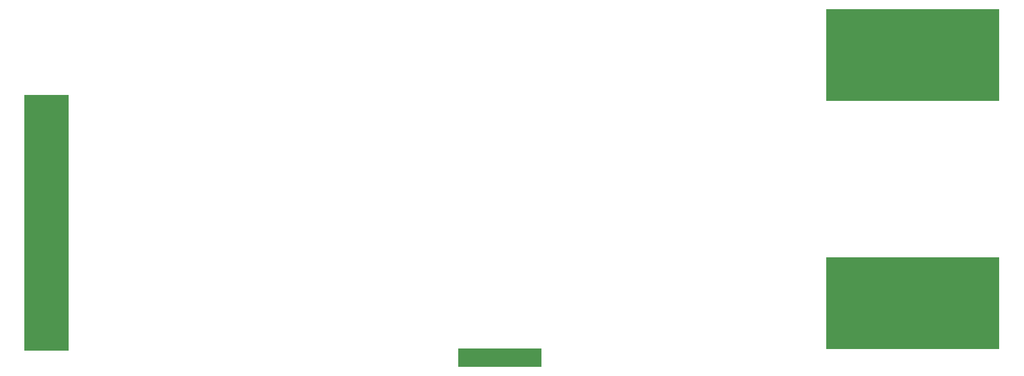
<source format=gko>
G04*
G04 #@! TF.GenerationSoftware,Altium Limited,Altium Designer,21.1.1 (26)*
G04*
G04 Layer_Color=16711935*
%FSLAX25Y25*%
%MOIN*%
G70*
G04*
G04 #@! TF.SameCoordinates,699B9FA1-69CE-4F8E-812B-AA759A78C5B1*
G04*
G04*
G04 #@! TF.FilePolarity,Positive*
G04*
G01*
G75*
%ADD168R,1.07047X0.57087*%
%ADD169R,0.27559X1.58465*%
%ADD170R,0.51181X0.11811*%
G36*
X324646Y355315D02*
X299843D01*
Y426181D01*
X324646D01*
Y355315D01*
D02*
G37*
D168*
X845256Y356260D02*
D03*
Y509803D02*
D03*
D169*
X311024Y406004D02*
D03*
D170*
X590551Y322835D02*
D03*
M02*

</source>
